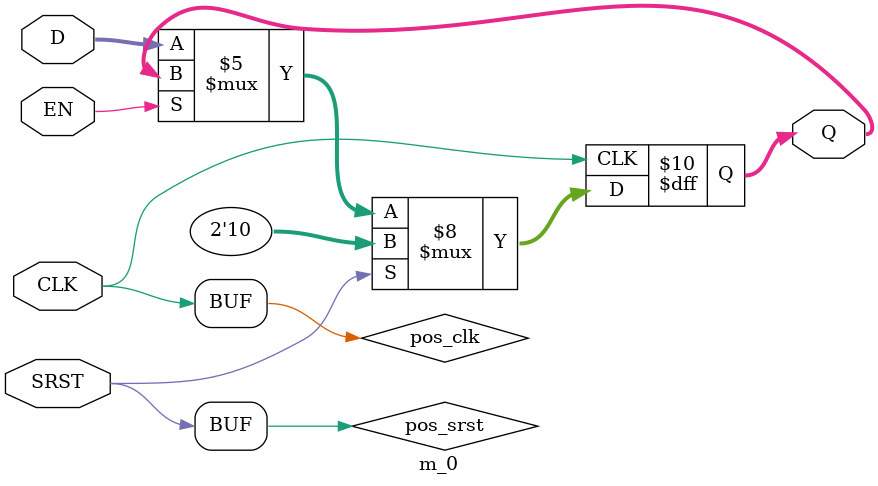
<source format=v>
module m_0 (CLK, D, EN, SRST, Q);

parameter WIDTH = 2;
parameter CLK_POLARITY = 1'b1;
parameter EN_POLARITY = 1'b0;
parameter SRST_POLARITY = 1'b1;
parameter SRST_VALUE = 2;

input CLK, SRST, EN;
input [WIDTH-1:0] D;
output reg [WIDTH-1:0] Q;
wire pos_clk = CLK == CLK_POLARITY;
wire pos_srst = SRST == SRST_POLARITY;

always @(posedge pos_clk) begin
	if (pos_srst)
		Q <= SRST_VALUE;
	else if (EN == EN_POLARITY)
		Q <= D;
end

endmodule


</source>
